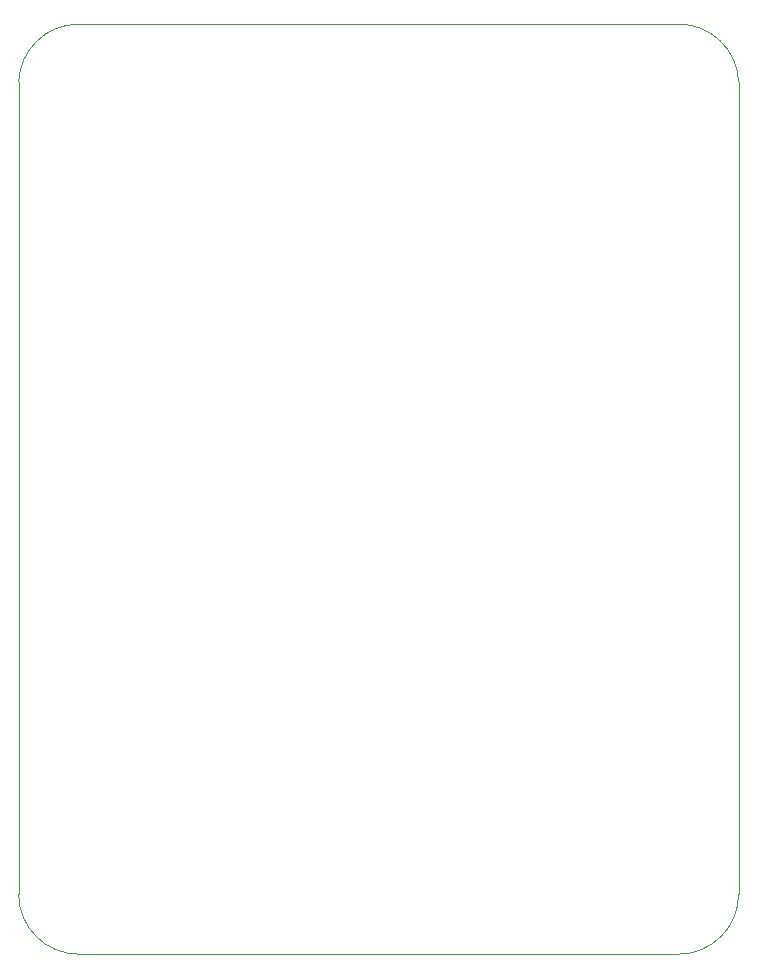
<source format=gbr>
%TF.GenerationSoftware,KiCad,Pcbnew,8.0.4*%
%TF.CreationDate,2024-09-28T10:20:44+10:00*%
%TF.ProjectId,stm8-blue,73746d38-2d62-46c7-9565-2e6b69636164,rev?*%
%TF.SameCoordinates,Original*%
%TF.FileFunction,Profile,NP*%
%FSLAX46Y46*%
G04 Gerber Fmt 4.6, Leading zero omitted, Abs format (unit mm)*
G04 Created by KiCad (PCBNEW 8.0.4) date 2024-09-28 10:20:44*
%MOMM*%
%LPD*%
G01*
G04 APERTURE LIST*
%TA.AperFunction,Profile*%
%ADD10C,0.100000*%
%TD*%
G04 APERTURE END LIST*
D10*
X45720000Y-127000000D02*
X96520000Y-127000000D01*
X40640000Y-53122102D02*
X40640000Y-121920000D01*
X101600000Y-121920000D02*
G75*
G02*
X96520000Y-127000000I-5080000J0D01*
G01*
X96520000Y-48255329D02*
G75*
G02*
X101600000Y-53122102I0J-5084671D01*
G01*
X45720000Y-48260000D02*
X96520000Y-48260000D01*
X101600000Y-121920000D02*
X101600000Y-53122102D01*
X40644667Y-53122302D02*
G75*
G02*
X45720000Y-48260000I5075333J-217698D01*
G01*
X45720000Y-127000000D02*
G75*
G02*
X40640000Y-121920000I0J5080000D01*
G01*
M02*

</source>
